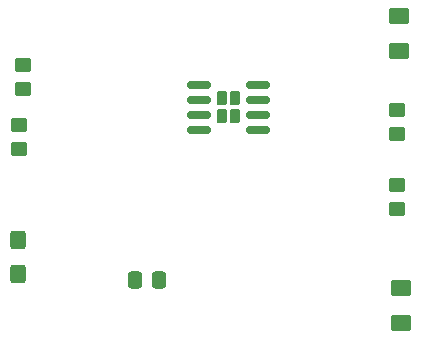
<source format=gbr>
%TF.GenerationSoftware,KiCad,Pcbnew,(6.0.10)*%
%TF.CreationDate,2023-02-17T15:18:55-08:00*%
%TF.ProjectId,ee210,65653231-302e-46b6-9963-61645f706362,rev?*%
%TF.SameCoordinates,Original*%
%TF.FileFunction,Paste,Top*%
%TF.FilePolarity,Positive*%
%FSLAX46Y46*%
G04 Gerber Fmt 4.6, Leading zero omitted, Abs format (unit mm)*
G04 Created by KiCad (PCBNEW (6.0.10)) date 2023-02-17 15:18:55*
%MOMM*%
%LPD*%
G01*
G04 APERTURE LIST*
G04 Aperture macros list*
%AMRoundRect*
0 Rectangle with rounded corners*
0 $1 Rounding radius*
0 $2 $3 $4 $5 $6 $7 $8 $9 X,Y pos of 4 corners*
0 Add a 4 corners polygon primitive as box body*
4,1,4,$2,$3,$4,$5,$6,$7,$8,$9,$2,$3,0*
0 Add four circle primitives for the rounded corners*
1,1,$1+$1,$2,$3*
1,1,$1+$1,$4,$5*
1,1,$1+$1,$6,$7*
1,1,$1+$1,$8,$9*
0 Add four rect primitives between the rounded corners*
20,1,$1+$1,$2,$3,$4,$5,0*
20,1,$1+$1,$4,$5,$6,$7,0*
20,1,$1+$1,$6,$7,$8,$9,0*
20,1,$1+$1,$8,$9,$2,$3,0*%
G04 Aperture macros list end*
%ADD10RoundRect,0.230000X-0.230000X-0.375000X0.230000X-0.375000X0.230000X0.375000X-0.230000X0.375000X0*%
%ADD11RoundRect,0.150000X-0.825000X-0.150000X0.825000X-0.150000X0.825000X0.150000X-0.825000X0.150000X0*%
%ADD12RoundRect,0.250000X0.450000X-0.350000X0.450000X0.350000X-0.450000X0.350000X-0.450000X-0.350000X0*%
%ADD13RoundRect,0.250000X-0.425000X0.537500X-0.425000X-0.537500X0.425000X-0.537500X0.425000X0.537500X0*%
%ADD14RoundRect,0.250000X-0.450000X0.350000X-0.450000X-0.350000X0.450000X-0.350000X0.450000X0.350000X0*%
%ADD15RoundRect,0.250000X0.337500X0.475000X-0.337500X0.475000X-0.337500X-0.475000X0.337500X-0.475000X0*%
%ADD16RoundRect,0.250001X0.624999X-0.462499X0.624999X0.462499X-0.624999X0.462499X-0.624999X-0.462499X0*%
G04 APERTURE END LIST*
D10*
%TO.C,U1*%
X155510000Y-98310000D03*
X154370000Y-99810000D03*
X154370000Y-98310000D03*
X155510000Y-99810000D03*
D11*
X152465000Y-97155000D03*
X152465000Y-98425000D03*
X152465000Y-99695000D03*
X152465000Y-100965000D03*
X157415000Y-100965000D03*
X157415000Y-99695000D03*
X157415000Y-98425000D03*
X157415000Y-97155000D03*
%TD*%
D12*
%TO.C,R1*%
X137505000Y-97542900D03*
X137505000Y-95542900D03*
%TD*%
D13*
%TO.C,C1*%
X137117500Y-110322500D03*
X137117500Y-113197500D03*
%TD*%
D14*
%TO.C,R2*%
X137160000Y-100600000D03*
X137160000Y-102600000D03*
%TD*%
D15*
%TO.C,C2*%
X149096200Y-113745000D03*
X147021200Y-113745000D03*
%TD*%
D12*
%TO.C,R3*%
X169180000Y-101310000D03*
X169180000Y-99310000D03*
%TD*%
%TO.C,R4*%
X169180000Y-107680000D03*
X169180000Y-105680000D03*
%TD*%
D16*
%TO.C,D1*%
X169380000Y-94327500D03*
X169380000Y-91352500D03*
%TD*%
%TO.C,D2*%
X169560000Y-117387500D03*
X169560000Y-114412500D03*
%TD*%
M02*

</source>
